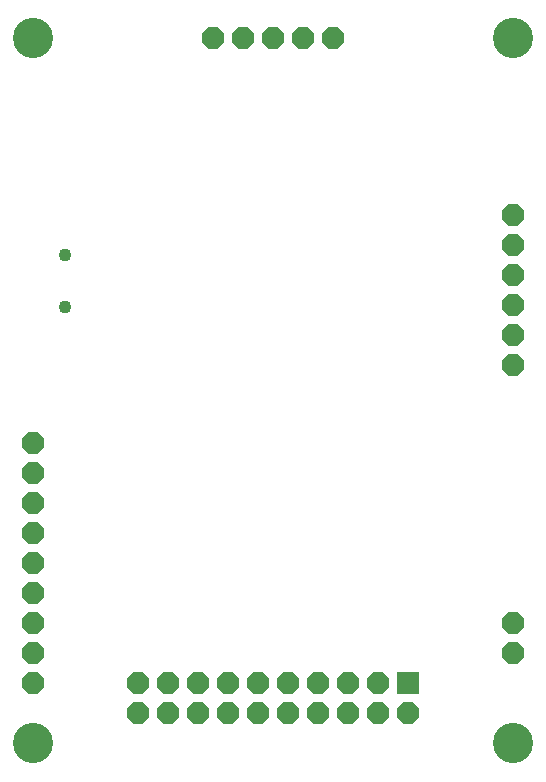
<source format=gbs>
G75*
G70*
%OFA0B0*%
%FSLAX24Y24*%
%IPPOS*%
%LPD*%
%AMOC8*
5,1,8,0,0,1.08239X$1,22.5*
%
%ADD10C,0.1340*%
%ADD11OC8,0.0720*%
%ADD12R,0.0720X0.0720*%
%ADD13C,0.0434*%
D10*
X001383Y001151D03*
X017383Y001151D03*
X017383Y024651D03*
X001383Y024651D03*
D11*
X007383Y024651D03*
X008383Y024651D03*
X009383Y024651D03*
X010383Y024651D03*
X011383Y024651D03*
X017383Y018751D03*
X017383Y017751D03*
X017383Y016751D03*
X017383Y015751D03*
X017383Y014751D03*
X017383Y013751D03*
X017383Y005151D03*
X017383Y004151D03*
X013883Y002151D03*
X012883Y002151D03*
X012883Y003151D03*
X011883Y003151D03*
X011883Y002151D03*
X010883Y002151D03*
X010883Y003151D03*
X009883Y003151D03*
X009883Y002151D03*
X008883Y002151D03*
X008883Y003151D03*
X007883Y003151D03*
X007883Y002151D03*
X006883Y002151D03*
X006883Y003151D03*
X005883Y003151D03*
X005883Y002151D03*
X004883Y002151D03*
X004883Y003151D03*
X001383Y003151D03*
X001383Y004151D03*
X001383Y005151D03*
X001383Y006151D03*
X001383Y007151D03*
X001383Y008151D03*
X001383Y009151D03*
X001383Y010151D03*
X001383Y011151D03*
D12*
X013883Y003151D03*
D13*
X002458Y015685D03*
X002458Y017417D03*
M02*

</source>
